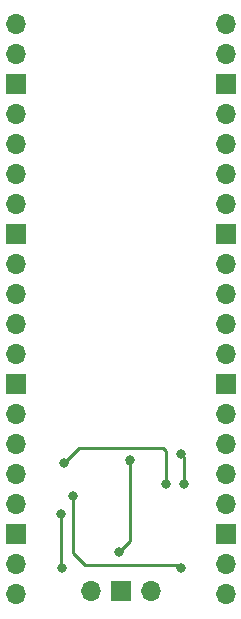
<source format=gbr>
%TF.GenerationSoftware,KiCad,Pcbnew,6.0.8-f2edbf62ab~116~ubuntu22.04.1*%
%TF.CreationDate,2022-10-03T19:04:55-04:00*%
%TF.ProjectId,PicoDebugInterface,5069636f-4465-4627-9567-496e74657266,rev?*%
%TF.SameCoordinates,Original*%
%TF.FileFunction,Copper,L2,Bot*%
%TF.FilePolarity,Positive*%
%FSLAX46Y46*%
G04 Gerber Fmt 4.6, Leading zero omitted, Abs format (unit mm)*
G04 Created by KiCad (PCBNEW 6.0.8-f2edbf62ab~116~ubuntu22.04.1) date 2022-10-03 19:04:55*
%MOMM*%
%LPD*%
G01*
G04 APERTURE LIST*
%TA.AperFunction,ComponentPad*%
%ADD10O,1.700000X1.700000*%
%TD*%
%TA.AperFunction,ComponentPad*%
%ADD11R,1.700000X1.700000*%
%TD*%
%TA.AperFunction,ViaPad*%
%ADD12C,0.800000*%
%TD*%
%TA.AperFunction,Conductor*%
%ADD13C,0.250000*%
%TD*%
G04 APERTURE END LIST*
D10*
%TO.P,U1,1,GPIO0*%
%TO.N,unconnected-(U1-Pad1)*%
X119860000Y-21020000D03*
%TO.P,U1,2,GPIO1*%
%TO.N,unconnected-(U1-Pad2)*%
X119860000Y-23560000D03*
D11*
%TO.P,U1,3,GND*%
%TO.N,unconnected-(U1-Pad3)*%
X119860000Y-26100000D03*
D10*
%TO.P,U1,4,GPIO2*%
%TO.N,unconnected-(U1-Pad4)*%
X119860000Y-28640000D03*
%TO.P,U1,5,GPIO3*%
%TO.N,unconnected-(U1-Pad5)*%
X119860000Y-31180000D03*
%TO.P,U1,6,GPIO4*%
%TO.N,unconnected-(U1-Pad6)*%
X119860000Y-33720000D03*
%TO.P,U1,7,GPIO5*%
%TO.N,unconnected-(U1-Pad7)*%
X119860000Y-36260000D03*
D11*
%TO.P,U1,8,GND*%
%TO.N,unconnected-(U1-Pad8)*%
X119860000Y-38800000D03*
D10*
%TO.P,U1,9,GPIO6*%
%TO.N,unconnected-(U1-Pad9)*%
X119860000Y-41340000D03*
%TO.P,U1,10,GPIO7*%
%TO.N,unconnected-(U1-Pad10)*%
X119860000Y-43880000D03*
%TO.P,U1,11,GPIO8*%
%TO.N,unconnected-(U1-Pad11)*%
X119860000Y-46420000D03*
%TO.P,U1,12,GPIO9*%
%TO.N,unconnected-(U1-Pad12)*%
X119860000Y-48960000D03*
D11*
%TO.P,U1,13,GND*%
%TO.N,unconnected-(U1-Pad13)*%
X119860000Y-51500000D03*
D10*
%TO.P,U1,14,GPIO10*%
%TO.N,unconnected-(U1-Pad14)*%
X119860000Y-54040000D03*
%TO.P,U1,15,GPIO11*%
%TO.N,unconnected-(U1-Pad15)*%
X119860000Y-56580000D03*
%TO.P,U1,16,GPIO12*%
%TO.N,unconnected-(U1-Pad16)*%
X119860000Y-59120000D03*
%TO.P,U1,17,GPIO13*%
%TO.N,unconnected-(U1-Pad17)*%
X119860000Y-61660000D03*
D11*
%TO.P,U1,18,GND*%
%TO.N,unconnected-(U1-Pad18)*%
X119860000Y-64200000D03*
D10*
%TO.P,U1,19,GPIO14*%
%TO.N,unconnected-(U1-Pad19)*%
X119860000Y-66740000D03*
%TO.P,U1,20,GPIO15*%
%TO.N,unconnected-(U1-Pad20)*%
X119860000Y-69280000D03*
%TO.P,U1,21,GPIO16*%
%TO.N,unconnected-(U1-Pad21)*%
X137640000Y-69280000D03*
%TO.P,U1,22,GPIO17*%
%TO.N,unconnected-(U1-Pad22)*%
X137640000Y-66740000D03*
D11*
%TO.P,U1,23,GND*%
%TO.N,unconnected-(U1-Pad23)*%
X137640000Y-64200000D03*
D10*
%TO.P,U1,24,GPIO18*%
%TO.N,unconnected-(U1-Pad24)*%
X137640000Y-61660000D03*
%TO.P,U1,25,GPIO19*%
%TO.N,unconnected-(U1-Pad25)*%
X137640000Y-59120000D03*
%TO.P,U1,26,GPIO20*%
%TO.N,unconnected-(U1-Pad26)*%
X137640000Y-56580000D03*
%TO.P,U1,27,GPIO21*%
%TO.N,unconnected-(U1-Pad27)*%
X137640000Y-54040000D03*
D11*
%TO.P,U1,28,GND*%
%TO.N,unconnected-(U1-Pad28)*%
X137640000Y-51500000D03*
D10*
%TO.P,U1,29,GPIO22*%
%TO.N,unconnected-(U1-Pad29)*%
X137640000Y-48960000D03*
%TO.P,U1,30,RUN*%
%TO.N,unconnected-(U1-Pad30)*%
X137640000Y-46420000D03*
%TO.P,U1,31,GPIO26_ADC0*%
%TO.N,unconnected-(U1-Pad31)*%
X137640000Y-43880000D03*
%TO.P,U1,32,GPIO27_ADC1*%
%TO.N,unconnected-(U1-Pad32)*%
X137640000Y-41340000D03*
D11*
%TO.P,U1,33,AGND*%
%TO.N,unconnected-(U1-Pad33)*%
X137640000Y-38800000D03*
D10*
%TO.P,U1,34,GPIO28_ADC2*%
%TO.N,unconnected-(U1-Pad34)*%
X137640000Y-36260000D03*
%TO.P,U1,35,ADC_VREF*%
%TO.N,unconnected-(U1-Pad35)*%
X137640000Y-33720000D03*
%TO.P,U1,36,3V3*%
%TO.N,unconnected-(U1-Pad36)*%
X137640000Y-31180000D03*
%TO.P,U1,37,3V3_EN*%
%TO.N,unconnected-(U1-Pad37)*%
X137640000Y-28640000D03*
D11*
%TO.P,U1,38,GND*%
%TO.N,unconnected-(U1-Pad38)*%
X137640000Y-26100000D03*
D10*
%TO.P,U1,39,VSYS*%
%TO.N,unconnected-(U1-Pad39)*%
X137640000Y-23560000D03*
%TO.P,U1,40,VBUS*%
%TO.N,unconnected-(U1-Pad40)*%
X137640000Y-21020000D03*
%TO.P,U1,41,SWCLK*%
%TO.N,unconnected-(U1-Pad41)*%
X126210000Y-69050000D03*
D11*
%TO.P,U1,42,GND*%
%TO.N,unconnected-(U1-Pad42)*%
X128750000Y-69050000D03*
D10*
%TO.P,U1,43,SWDIO*%
%TO.N,unconnected-(U1-Pad43)*%
X131290000Y-69050000D03*
%TD*%
D12*
%TO.N,/SWDIO*%
X124714000Y-60960000D03*
X133858000Y-67055000D03*
%TO.N,/SWDCLK*%
X123761500Y-67055000D03*
X123698000Y-62484000D03*
%TO.N,/VBUS_OUT*%
X133858000Y-57404000D03*
X134112000Y-59944000D03*
%TO.N,/Uart_RX*%
X129540000Y-57912000D03*
X128611698Y-65689704D03*
%TO.N,/SDA_0*%
X132588000Y-59944000D03*
X123952000Y-58166000D03*
%TD*%
D13*
%TO.N,/SWDIO*%
X133858000Y-67055000D02*
X133605000Y-66802000D01*
X125730000Y-66802000D02*
X124714000Y-65786000D01*
X124714000Y-65786000D02*
X124714000Y-60960000D01*
X133605000Y-66802000D02*
X125730000Y-66802000D01*
%TO.N,/SWDCLK*%
X123761500Y-67055000D02*
X123698000Y-66991500D01*
X123698000Y-66991500D02*
X123698000Y-62484000D01*
%TO.N,/VBUS_OUT*%
X134112000Y-59944000D02*
X134112000Y-57658000D01*
X134112000Y-57658000D02*
X133858000Y-57404000D01*
%TO.N,/Uart_RX*%
X129540000Y-57912000D02*
X129540000Y-64770000D01*
X129540000Y-57912000D02*
X129286000Y-58166000D01*
X129540000Y-64770000D02*
X128778000Y-65532000D01*
X128769402Y-65532000D02*
X128611698Y-65689704D01*
X128778000Y-65532000D02*
X128769402Y-65532000D01*
%TO.N,/SDA_0*%
X123952000Y-58166000D02*
X125222000Y-56896000D01*
X125222000Y-56896000D02*
X132334000Y-56896000D01*
X132588000Y-57150000D02*
X132588000Y-59944000D01*
X132334000Y-56896000D02*
X132588000Y-57150000D01*
%TD*%
M02*

</source>
